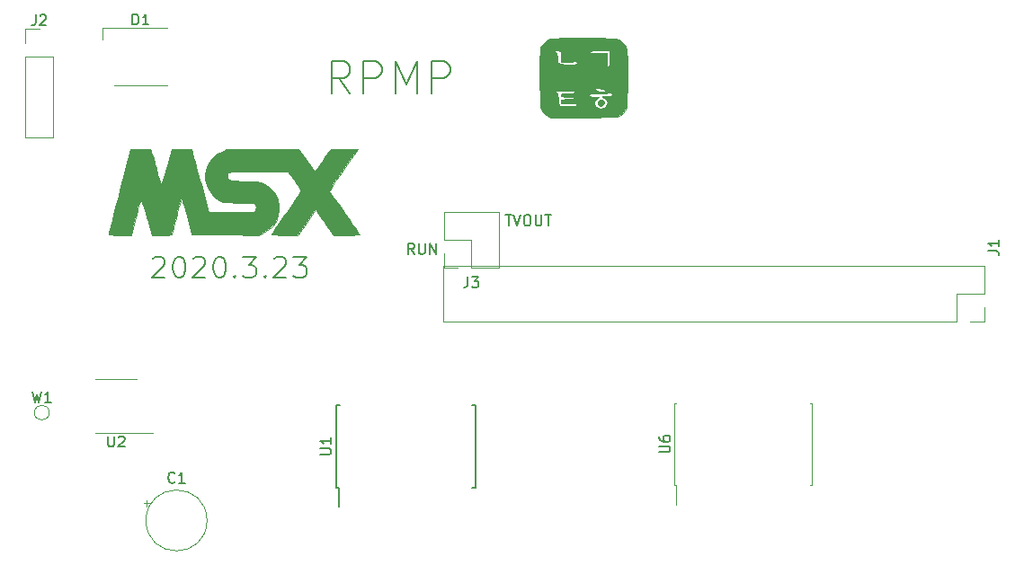
<source format=gbr>
G04 #@! TF.GenerationSoftware,KiCad,Pcbnew,5.1.5+dfsg1-2*
G04 #@! TF.CreationDate,2020-04-06T16:56:46-07:00*
G04 #@! TF.ProjectId,rpmpv1,72706d70-7631-42e6-9b69-6361645f7063,rev?*
G04 #@! TF.SameCoordinates,Original*
G04 #@! TF.FileFunction,Legend,Top*
G04 #@! TF.FilePolarity,Positive*
%FSLAX46Y46*%
G04 Gerber Fmt 4.6, Leading zero omitted, Abs format (unit mm)*
G04 Created by KiCad (PCBNEW 5.1.5+dfsg1-2) date 2020-04-06 16:56:46*
%MOMM*%
%LPD*%
G04 APERTURE LIST*
%ADD10C,0.150000*%
%ADD11C,0.010000*%
%ADD12C,0.120000*%
G04 APERTURE END LIST*
D10*
X119031904Y-73125238D02*
X119127142Y-73030000D01*
X119317619Y-72934761D01*
X119793809Y-72934761D01*
X119984285Y-73030000D01*
X120079523Y-73125238D01*
X120174761Y-73315714D01*
X120174761Y-73506190D01*
X120079523Y-73791904D01*
X118936666Y-74934761D01*
X120174761Y-74934761D01*
X121412857Y-72934761D02*
X121603333Y-72934761D01*
X121793809Y-73030000D01*
X121889047Y-73125238D01*
X121984285Y-73315714D01*
X122079523Y-73696666D01*
X122079523Y-74172857D01*
X121984285Y-74553809D01*
X121889047Y-74744285D01*
X121793809Y-74839523D01*
X121603333Y-74934761D01*
X121412857Y-74934761D01*
X121222380Y-74839523D01*
X121127142Y-74744285D01*
X121031904Y-74553809D01*
X120936666Y-74172857D01*
X120936666Y-73696666D01*
X121031904Y-73315714D01*
X121127142Y-73125238D01*
X121222380Y-73030000D01*
X121412857Y-72934761D01*
X122841428Y-73125238D02*
X122936666Y-73030000D01*
X123127142Y-72934761D01*
X123603333Y-72934761D01*
X123793809Y-73030000D01*
X123889047Y-73125238D01*
X123984285Y-73315714D01*
X123984285Y-73506190D01*
X123889047Y-73791904D01*
X122746190Y-74934761D01*
X123984285Y-74934761D01*
X125222380Y-72934761D02*
X125412857Y-72934761D01*
X125603333Y-73030000D01*
X125698571Y-73125238D01*
X125793809Y-73315714D01*
X125889047Y-73696666D01*
X125889047Y-74172857D01*
X125793809Y-74553809D01*
X125698571Y-74744285D01*
X125603333Y-74839523D01*
X125412857Y-74934761D01*
X125222380Y-74934761D01*
X125031904Y-74839523D01*
X124936666Y-74744285D01*
X124841428Y-74553809D01*
X124746190Y-74172857D01*
X124746190Y-73696666D01*
X124841428Y-73315714D01*
X124936666Y-73125238D01*
X125031904Y-73030000D01*
X125222380Y-72934761D01*
X126746190Y-74744285D02*
X126841428Y-74839523D01*
X126746190Y-74934761D01*
X126650952Y-74839523D01*
X126746190Y-74744285D01*
X126746190Y-74934761D01*
X127508095Y-72934761D02*
X128746190Y-72934761D01*
X128079523Y-73696666D01*
X128365238Y-73696666D01*
X128555714Y-73791904D01*
X128650952Y-73887142D01*
X128746190Y-74077619D01*
X128746190Y-74553809D01*
X128650952Y-74744285D01*
X128555714Y-74839523D01*
X128365238Y-74934761D01*
X127793809Y-74934761D01*
X127603333Y-74839523D01*
X127508095Y-74744285D01*
X129603333Y-74744285D02*
X129698571Y-74839523D01*
X129603333Y-74934761D01*
X129508095Y-74839523D01*
X129603333Y-74744285D01*
X129603333Y-74934761D01*
X130460476Y-73125238D02*
X130555714Y-73030000D01*
X130746190Y-72934761D01*
X131222380Y-72934761D01*
X131412857Y-73030000D01*
X131508095Y-73125238D01*
X131603333Y-73315714D01*
X131603333Y-73506190D01*
X131508095Y-73791904D01*
X130365238Y-74934761D01*
X131603333Y-74934761D01*
X132270000Y-72934761D02*
X133508095Y-72934761D01*
X132841428Y-73696666D01*
X133127142Y-73696666D01*
X133317619Y-73791904D01*
X133412857Y-73887142D01*
X133508095Y-74077619D01*
X133508095Y-74553809D01*
X133412857Y-74744285D01*
X133317619Y-74839523D01*
X133127142Y-74934761D01*
X132555714Y-74934761D01*
X132365238Y-74839523D01*
X132270000Y-74744285D01*
X137604285Y-57507142D02*
X136604285Y-56078571D01*
X135890000Y-57507142D02*
X135890000Y-54507142D01*
X137032857Y-54507142D01*
X137318571Y-54650000D01*
X137461428Y-54792857D01*
X137604285Y-55078571D01*
X137604285Y-55507142D01*
X137461428Y-55792857D01*
X137318571Y-55935714D01*
X137032857Y-56078571D01*
X135890000Y-56078571D01*
X138890000Y-57507142D02*
X138890000Y-54507142D01*
X140032857Y-54507142D01*
X140318571Y-54650000D01*
X140461428Y-54792857D01*
X140604285Y-55078571D01*
X140604285Y-55507142D01*
X140461428Y-55792857D01*
X140318571Y-55935714D01*
X140032857Y-56078571D01*
X138890000Y-56078571D01*
X141890000Y-57507142D02*
X141890000Y-54507142D01*
X142890000Y-56650000D01*
X143890000Y-54507142D01*
X143890000Y-57507142D01*
X145318571Y-57507142D02*
X145318571Y-54507142D01*
X146461428Y-54507142D01*
X146747142Y-54650000D01*
X146890000Y-54792857D01*
X147032857Y-55078571D01*
X147032857Y-55507142D01*
X146890000Y-55792857D01*
X146747142Y-55935714D01*
X146461428Y-56078571D01*
X145318571Y-56078571D01*
X152257142Y-68992380D02*
X152828571Y-68992380D01*
X152542857Y-69992380D02*
X152542857Y-68992380D01*
X153019047Y-68992380D02*
X153352380Y-69992380D01*
X153685714Y-68992380D01*
X154209523Y-68992380D02*
X154400000Y-68992380D01*
X154495238Y-69040000D01*
X154590476Y-69135238D01*
X154638095Y-69325714D01*
X154638095Y-69659047D01*
X154590476Y-69849523D01*
X154495238Y-69944761D01*
X154400000Y-69992380D01*
X154209523Y-69992380D01*
X154114285Y-69944761D01*
X154019047Y-69849523D01*
X153971428Y-69659047D01*
X153971428Y-69325714D01*
X154019047Y-69135238D01*
X154114285Y-69040000D01*
X154209523Y-68992380D01*
X155066666Y-68992380D02*
X155066666Y-69801904D01*
X155114285Y-69897142D01*
X155161904Y-69944761D01*
X155257142Y-69992380D01*
X155447619Y-69992380D01*
X155542857Y-69944761D01*
X155590476Y-69897142D01*
X155638095Y-69801904D01*
X155638095Y-68992380D01*
X155971428Y-68992380D02*
X156542857Y-68992380D01*
X156257142Y-69992380D02*
X156257142Y-68992380D01*
X143661904Y-72682380D02*
X143328571Y-72206190D01*
X143090476Y-72682380D02*
X143090476Y-71682380D01*
X143471428Y-71682380D01*
X143566666Y-71730000D01*
X143614285Y-71777619D01*
X143661904Y-71872857D01*
X143661904Y-72015714D01*
X143614285Y-72110952D01*
X143566666Y-72158571D01*
X143471428Y-72206190D01*
X143090476Y-72206190D01*
X144090476Y-71682380D02*
X144090476Y-72491904D01*
X144138095Y-72587142D01*
X144185714Y-72634761D01*
X144280952Y-72682380D01*
X144471428Y-72682380D01*
X144566666Y-72634761D01*
X144614285Y-72587142D01*
X144661904Y-72491904D01*
X144661904Y-71682380D01*
X145138095Y-72682380D02*
X145138095Y-71682380D01*
X145709523Y-72682380D01*
X145709523Y-71682380D01*
D11*
G36*
X122730826Y-63070676D02*
G01*
X122774920Y-63229070D01*
X122858649Y-63528213D01*
X122975769Y-63945856D01*
X123120033Y-64459750D01*
X123285198Y-65047645D01*
X123465018Y-65687290D01*
X123569284Y-66058000D01*
X124319536Y-68725000D01*
X126366510Y-68747678D01*
X127101141Y-68751851D01*
X127698303Y-68746793D01*
X128149934Y-68732745D01*
X128447973Y-68709949D01*
X128580075Y-68681199D01*
X128699021Y-68534199D01*
X128748502Y-68306061D01*
X128721865Y-68072899D01*
X128645067Y-67937600D01*
X128526559Y-67892988D01*
X128267726Y-67861562D01*
X127859326Y-67842656D01*
X127292116Y-67835606D01*
X127226900Y-67835527D01*
X126744553Y-67829759D01*
X126297780Y-67814195D01*
X125925253Y-67790922D01*
X125665642Y-67762025D01*
X125594972Y-67747471D01*
X125117207Y-67529303D01*
X124689707Y-67162320D01*
X124331997Y-66664227D01*
X124266866Y-66543243D01*
X124107536Y-66205882D01*
X124019456Y-65929070D01*
X123982452Y-65630824D01*
X123976126Y-65361664D01*
X124043521Y-64702756D01*
X124252324Y-64133785D01*
X124605796Y-63649802D01*
X125107198Y-63245863D01*
X125519173Y-63021443D01*
X125995000Y-62798333D01*
X129381667Y-62776027D01*
X132768334Y-62753722D01*
X133530334Y-63816296D01*
X134292334Y-64878869D01*
X134477513Y-64648216D01*
X134599790Y-64486747D01*
X134790781Y-64223982D01*
X135023064Y-63898019D01*
X135239513Y-63589633D01*
X135816334Y-62761703D01*
X137065167Y-62758851D01*
X137503192Y-62760788D01*
X137874077Y-62768027D01*
X138148310Y-62779549D01*
X138296380Y-62794334D01*
X138314000Y-62801993D01*
X138266861Y-62880304D01*
X138133816Y-63078284D01*
X137927425Y-63377841D01*
X137660247Y-63760882D01*
X137344843Y-64209315D01*
X136993771Y-64705046D01*
X136958042Y-64755320D01*
X136579838Y-65293731D01*
X136253284Y-65771385D01*
X135988378Y-66172812D01*
X135795121Y-66482540D01*
X135683511Y-66685097D01*
X135660823Y-66762494D01*
X135723303Y-66855317D01*
X135870535Y-67067804D01*
X136089504Y-67381361D01*
X136367193Y-67777398D01*
X136690584Y-68237321D01*
X137046660Y-68742539D01*
X137101448Y-68820176D01*
X137458100Y-69327277D01*
X137780605Y-69789285D01*
X138056602Y-70188213D01*
X138273731Y-70506075D01*
X138419631Y-70724884D01*
X138481943Y-70826655D01*
X138483334Y-70831009D01*
X138403647Y-70849798D01*
X138184491Y-70865655D01*
X137855722Y-70877286D01*
X137447197Y-70883393D01*
X137263099Y-70884000D01*
X136042864Y-70883999D01*
X135638537Y-70312500D01*
X135384915Y-69956931D01*
X135089341Y-69546843D01*
X134810638Y-69163802D01*
X134778343Y-69119742D01*
X134322475Y-68498485D01*
X133508693Y-69691242D01*
X132694910Y-70884000D01*
X131440455Y-70884000D01*
X131001377Y-70881115D01*
X130629373Y-70873171D01*
X130353892Y-70861232D01*
X130204380Y-70846364D01*
X130186000Y-70838626D01*
X130232608Y-70760149D01*
X130364204Y-70561184D01*
X130568442Y-70259812D01*
X130832978Y-69874109D01*
X131145470Y-69422156D01*
X131493572Y-68922031D01*
X131541756Y-68853047D01*
X131896658Y-68343269D01*
X132220170Y-67874986D01*
X132499366Y-67467195D01*
X132721321Y-67138893D01*
X132873110Y-66909077D01*
X132941808Y-66796745D01*
X132943703Y-66792468D01*
X132915697Y-66679560D01*
X132804814Y-66458493D01*
X132627297Y-66158400D01*
X132399392Y-65808410D01*
X132374860Y-65772381D01*
X131759826Y-64872666D01*
X129031627Y-64872666D01*
X128241373Y-64873271D01*
X127604018Y-64876764D01*
X127103126Y-64885662D01*
X126722264Y-64902482D01*
X126444997Y-64929742D01*
X126254890Y-64969957D01*
X126135508Y-65025645D01*
X126070418Y-65099324D01*
X126043185Y-65193510D01*
X126037373Y-65310721D01*
X126037333Y-65331258D01*
X126055667Y-65498616D01*
X126125112Y-65621834D01*
X126267333Y-65707398D01*
X126503993Y-65761794D01*
X126856759Y-65791508D01*
X127347293Y-65803025D01*
X127616418Y-65803999D01*
X128245503Y-65812383D01*
X128737731Y-65842794D01*
X129124988Y-65903121D01*
X129439161Y-66001255D01*
X129712134Y-66145084D01*
X129975793Y-66342498D01*
X130049550Y-66406036D01*
X130482758Y-66891396D01*
X130764164Y-67451548D01*
X130894137Y-68087330D01*
X130903915Y-68344000D01*
X130825152Y-69012126D01*
X130598710Y-69608073D01*
X130233575Y-70117189D01*
X129738731Y-70524825D01*
X129476924Y-70670860D01*
X129036996Y-70886097D01*
X125868980Y-70863882D01*
X122700963Y-70841666D01*
X122234775Y-69088429D01*
X122096458Y-68574692D01*
X121971620Y-68123229D01*
X121866939Y-67757199D01*
X121789094Y-67499764D01*
X121744762Y-67374083D01*
X121738040Y-67365737D01*
X121710839Y-67449428D01*
X121648011Y-67667538D01*
X121557491Y-67990853D01*
X121447213Y-68390161D01*
X121325112Y-68836246D01*
X121199123Y-69299895D01*
X121077182Y-69751893D01*
X120967222Y-70163026D01*
X120877179Y-70504080D01*
X120814987Y-70745841D01*
X120788582Y-70859094D01*
X120788192Y-70862833D01*
X120709154Y-70871356D01*
X120495044Y-70878238D01*
X120180123Y-70882698D01*
X119860667Y-70884000D01*
X118933334Y-70884000D01*
X118775372Y-70354833D01*
X118693965Y-70075248D01*
X118581603Y-69680015D01*
X118451744Y-69216895D01*
X118317843Y-68733646D01*
X118286377Y-68619166D01*
X118167442Y-68196042D01*
X118061360Y-67837917D01*
X117976999Y-67573280D01*
X117923229Y-67430621D01*
X117911172Y-67413803D01*
X117879116Y-67492545D01*
X117814580Y-67712024D01*
X117723989Y-68048174D01*
X117613768Y-68476928D01*
X117490343Y-68974219D01*
X117447760Y-69149470D01*
X117028520Y-70884000D01*
X115935868Y-70884000D01*
X115468543Y-70880142D01*
X115150633Y-70867247D01*
X114962365Y-70843331D01*
X114883969Y-70806410D01*
X114881082Y-70778166D01*
X114908862Y-70677096D01*
X114973872Y-70428234D01*
X115071922Y-70047979D01*
X115198818Y-69552729D01*
X115350368Y-68958880D01*
X115522382Y-68282832D01*
X115710666Y-67540981D01*
X115911029Y-66749726D01*
X115920023Y-66714166D01*
X116921099Y-62756000D01*
X117875177Y-62756000D01*
X118294503Y-62758913D01*
X118574170Y-62770588D01*
X118743797Y-62795428D01*
X118833001Y-62837835D01*
X118871401Y-62902211D01*
X118871974Y-62904166D01*
X118907179Y-63029099D01*
X118979958Y-63289404D01*
X119082562Y-63657297D01*
X119207244Y-64104993D01*
X119346256Y-64604710D01*
X119359883Y-64653724D01*
X119497616Y-65135842D01*
X119622482Y-65547833D01*
X119727098Y-65867358D01*
X119804087Y-66072078D01*
X119846066Y-66139653D01*
X119849386Y-66135390D01*
X119885970Y-66020047D01*
X119961841Y-65769068D01*
X120068976Y-65409407D01*
X120199351Y-64968018D01*
X120344943Y-64471854D01*
X120363907Y-64407000D01*
X120834114Y-62798333D01*
X121738367Y-62774343D01*
X122642619Y-62750352D01*
X122730826Y-63070676D01*
G37*
X122730826Y-63070676D02*
X122774920Y-63229070D01*
X122858649Y-63528213D01*
X122975769Y-63945856D01*
X123120033Y-64459750D01*
X123285198Y-65047645D01*
X123465018Y-65687290D01*
X123569284Y-66058000D01*
X124319536Y-68725000D01*
X126366510Y-68747678D01*
X127101141Y-68751851D01*
X127698303Y-68746793D01*
X128149934Y-68732745D01*
X128447973Y-68709949D01*
X128580075Y-68681199D01*
X128699021Y-68534199D01*
X128748502Y-68306061D01*
X128721865Y-68072899D01*
X128645067Y-67937600D01*
X128526559Y-67892988D01*
X128267726Y-67861562D01*
X127859326Y-67842656D01*
X127292116Y-67835606D01*
X127226900Y-67835527D01*
X126744553Y-67829759D01*
X126297780Y-67814195D01*
X125925253Y-67790922D01*
X125665642Y-67762025D01*
X125594972Y-67747471D01*
X125117207Y-67529303D01*
X124689707Y-67162320D01*
X124331997Y-66664227D01*
X124266866Y-66543243D01*
X124107536Y-66205882D01*
X124019456Y-65929070D01*
X123982452Y-65630824D01*
X123976126Y-65361664D01*
X124043521Y-64702756D01*
X124252324Y-64133785D01*
X124605796Y-63649802D01*
X125107198Y-63245863D01*
X125519173Y-63021443D01*
X125995000Y-62798333D01*
X129381667Y-62776027D01*
X132768334Y-62753722D01*
X133530334Y-63816296D01*
X134292334Y-64878869D01*
X134477513Y-64648216D01*
X134599790Y-64486747D01*
X134790781Y-64223982D01*
X135023064Y-63898019D01*
X135239513Y-63589633D01*
X135816334Y-62761703D01*
X137065167Y-62758851D01*
X137503192Y-62760788D01*
X137874077Y-62768027D01*
X138148310Y-62779549D01*
X138296380Y-62794334D01*
X138314000Y-62801993D01*
X138266861Y-62880304D01*
X138133816Y-63078284D01*
X137927425Y-63377841D01*
X137660247Y-63760882D01*
X137344843Y-64209315D01*
X136993771Y-64705046D01*
X136958042Y-64755320D01*
X136579838Y-65293731D01*
X136253284Y-65771385D01*
X135988378Y-66172812D01*
X135795121Y-66482540D01*
X135683511Y-66685097D01*
X135660823Y-66762494D01*
X135723303Y-66855317D01*
X135870535Y-67067804D01*
X136089504Y-67381361D01*
X136367193Y-67777398D01*
X136690584Y-68237321D01*
X137046660Y-68742539D01*
X137101448Y-68820176D01*
X137458100Y-69327277D01*
X137780605Y-69789285D01*
X138056602Y-70188213D01*
X138273731Y-70506075D01*
X138419631Y-70724884D01*
X138481943Y-70826655D01*
X138483334Y-70831009D01*
X138403647Y-70849798D01*
X138184491Y-70865655D01*
X137855722Y-70877286D01*
X137447197Y-70883393D01*
X137263099Y-70884000D01*
X136042864Y-70883999D01*
X135638537Y-70312500D01*
X135384915Y-69956931D01*
X135089341Y-69546843D01*
X134810638Y-69163802D01*
X134778343Y-69119742D01*
X134322475Y-68498485D01*
X133508693Y-69691242D01*
X132694910Y-70884000D01*
X131440455Y-70884000D01*
X131001377Y-70881115D01*
X130629373Y-70873171D01*
X130353892Y-70861232D01*
X130204380Y-70846364D01*
X130186000Y-70838626D01*
X130232608Y-70760149D01*
X130364204Y-70561184D01*
X130568442Y-70259812D01*
X130832978Y-69874109D01*
X131145470Y-69422156D01*
X131493572Y-68922031D01*
X131541756Y-68853047D01*
X131896658Y-68343269D01*
X132220170Y-67874986D01*
X132499366Y-67467195D01*
X132721321Y-67138893D01*
X132873110Y-66909077D01*
X132941808Y-66796745D01*
X132943703Y-66792468D01*
X132915697Y-66679560D01*
X132804814Y-66458493D01*
X132627297Y-66158400D01*
X132399392Y-65808410D01*
X132374860Y-65772381D01*
X131759826Y-64872666D01*
X129031627Y-64872666D01*
X128241373Y-64873271D01*
X127604018Y-64876764D01*
X127103126Y-64885662D01*
X126722264Y-64902482D01*
X126444997Y-64929742D01*
X126254890Y-64969957D01*
X126135508Y-65025645D01*
X126070418Y-65099324D01*
X126043185Y-65193510D01*
X126037373Y-65310721D01*
X126037333Y-65331258D01*
X126055667Y-65498616D01*
X126125112Y-65621834D01*
X126267333Y-65707398D01*
X126503993Y-65761794D01*
X126856759Y-65791508D01*
X127347293Y-65803025D01*
X127616418Y-65803999D01*
X128245503Y-65812383D01*
X128737731Y-65842794D01*
X129124988Y-65903121D01*
X129439161Y-66001255D01*
X129712134Y-66145084D01*
X129975793Y-66342498D01*
X130049550Y-66406036D01*
X130482758Y-66891396D01*
X130764164Y-67451548D01*
X130894137Y-68087330D01*
X130903915Y-68344000D01*
X130825152Y-69012126D01*
X130598710Y-69608073D01*
X130233575Y-70117189D01*
X129738731Y-70524825D01*
X129476924Y-70670860D01*
X129036996Y-70886097D01*
X125868980Y-70863882D01*
X122700963Y-70841666D01*
X122234775Y-69088429D01*
X122096458Y-68574692D01*
X121971620Y-68123229D01*
X121866939Y-67757199D01*
X121789094Y-67499764D01*
X121744762Y-67374083D01*
X121738040Y-67365737D01*
X121710839Y-67449428D01*
X121648011Y-67667538D01*
X121557491Y-67990853D01*
X121447213Y-68390161D01*
X121325112Y-68836246D01*
X121199123Y-69299895D01*
X121077182Y-69751893D01*
X120967222Y-70163026D01*
X120877179Y-70504080D01*
X120814987Y-70745841D01*
X120788582Y-70859094D01*
X120788192Y-70862833D01*
X120709154Y-70871356D01*
X120495044Y-70878238D01*
X120180123Y-70882698D01*
X119860667Y-70884000D01*
X118933334Y-70884000D01*
X118775372Y-70354833D01*
X118693965Y-70075248D01*
X118581603Y-69680015D01*
X118451744Y-69216895D01*
X118317843Y-68733646D01*
X118286377Y-68619166D01*
X118167442Y-68196042D01*
X118061360Y-67837917D01*
X117976999Y-67573280D01*
X117923229Y-67430621D01*
X117911172Y-67413803D01*
X117879116Y-67492545D01*
X117814580Y-67712024D01*
X117723989Y-68048174D01*
X117613768Y-68476928D01*
X117490343Y-68974219D01*
X117447760Y-69149470D01*
X117028520Y-70884000D01*
X115935868Y-70884000D01*
X115468543Y-70880142D01*
X115150633Y-70867247D01*
X114962365Y-70843331D01*
X114883969Y-70806410D01*
X114881082Y-70778166D01*
X114908862Y-70677096D01*
X114973872Y-70428234D01*
X115071922Y-70047979D01*
X115198818Y-69552729D01*
X115350368Y-68958880D01*
X115522382Y-68282832D01*
X115710666Y-67540981D01*
X115911029Y-66749726D01*
X115920023Y-66714166D01*
X116921099Y-62756000D01*
X117875177Y-62756000D01*
X118294503Y-62758913D01*
X118574170Y-62770588D01*
X118743797Y-62795428D01*
X118833001Y-62837835D01*
X118871401Y-62902211D01*
X118871974Y-62904166D01*
X118907179Y-63029099D01*
X118979958Y-63289404D01*
X119082562Y-63657297D01*
X119207244Y-64104993D01*
X119346256Y-64604710D01*
X119359883Y-64653724D01*
X119497616Y-65135842D01*
X119622482Y-65547833D01*
X119727098Y-65867358D01*
X119804087Y-66072078D01*
X119846066Y-66139653D01*
X119849386Y-66135390D01*
X119885970Y-66020047D01*
X119961841Y-65769068D01*
X120068976Y-65409407D01*
X120199351Y-64968018D01*
X120344943Y-64471854D01*
X120363907Y-64407000D01*
X120834114Y-62798333D01*
X121738367Y-62774343D01*
X122642619Y-62750352D01*
X122730826Y-63070676D01*
G36*
X161321864Y-58139393D02*
G01*
X161445915Y-58236142D01*
X161540123Y-58344345D01*
X161562000Y-58400870D01*
X161528935Y-58484847D01*
X161463149Y-58591370D01*
X161322445Y-58703639D01*
X161151192Y-58727303D01*
X161003200Y-58656300D01*
X160934498Y-58512056D01*
X160949823Y-58342107D01*
X161031993Y-58191298D01*
X161163829Y-58104475D01*
X161217285Y-58097500D01*
X161321864Y-58139393D01*
G37*
X161321864Y-58139393D02*
X161445915Y-58236142D01*
X161540123Y-58344345D01*
X161562000Y-58400870D01*
X161528935Y-58484847D01*
X161463149Y-58591370D01*
X161322445Y-58703639D01*
X161151192Y-58727303D01*
X161003200Y-58656300D01*
X160934498Y-58512056D01*
X160949823Y-58342107D01*
X161031993Y-58191298D01*
X161163829Y-58104475D01*
X161217285Y-58097500D01*
X161321864Y-58139393D01*
G36*
X160323810Y-52321863D02*
G01*
X160938578Y-52322992D01*
X161449260Y-52326537D01*
X161867313Y-52333860D01*
X162204193Y-52346322D01*
X162471357Y-52365284D01*
X162680263Y-52392106D01*
X162842366Y-52428150D01*
X162969124Y-52474777D01*
X163071994Y-52533349D01*
X163162432Y-52605225D01*
X163251894Y-52691769D01*
X163323061Y-52764876D01*
X163416556Y-52863284D01*
X163494326Y-52957278D01*
X163557732Y-53058992D01*
X163608134Y-53180563D01*
X163646893Y-53334125D01*
X163675370Y-53531815D01*
X163694926Y-53785767D01*
X163706921Y-54108117D01*
X163712716Y-54511001D01*
X163713672Y-55006553D01*
X163711150Y-55606910D01*
X163707396Y-56192500D01*
X163689250Y-58891250D01*
X163509547Y-59156047D01*
X163338642Y-59361350D01*
X163129699Y-59552951D01*
X163065047Y-59600547D01*
X162800250Y-59780250D01*
X159683401Y-59797836D01*
X156566553Y-59815422D01*
X156223632Y-59636278D01*
X155943153Y-59452580D01*
X155735225Y-59218201D01*
X155689230Y-59147521D01*
X155497750Y-58837909D01*
X155486775Y-57350551D01*
X156933289Y-57350551D01*
X156960049Y-57402969D01*
X157053500Y-57462500D01*
X157118223Y-57512829D01*
X157156581Y-57597690D01*
X157175132Y-57746490D01*
X157180440Y-57988632D01*
X157180500Y-58031698D01*
X157184306Y-58299946D01*
X157208302Y-58489177D01*
X157271351Y-58613176D01*
X157392315Y-58685726D01*
X157590060Y-58720613D01*
X157883449Y-58731620D01*
X158139528Y-58732500D01*
X158471333Y-58729828D01*
X158696752Y-58720131D01*
X158836320Y-58700884D01*
X158910569Y-58669563D01*
X158936587Y-58634511D01*
X158949140Y-58528265D01*
X158934931Y-58497264D01*
X158859151Y-58482576D01*
X158683997Y-58472960D01*
X158437029Y-58469373D01*
X158196836Y-58471667D01*
X157498000Y-58485328D01*
X157498000Y-58102265D01*
X158084649Y-58084007D01*
X158365901Y-58071993D01*
X158543951Y-58053787D01*
X158642589Y-58024325D01*
X158685609Y-57978543D01*
X158692555Y-57954625D01*
X158690311Y-57902998D01*
X158644904Y-57870277D01*
X158534171Y-57852263D01*
X158335950Y-57844758D01*
X158105906Y-57843500D01*
X157825152Y-57842419D01*
X157647700Y-57835050D01*
X157549853Y-57815205D01*
X157507912Y-57776696D01*
X157498181Y-57713334D01*
X157498000Y-57684750D01*
X157498389Y-57677489D01*
X160122412Y-57677489D01*
X160219610Y-57785570D01*
X160338761Y-57852351D01*
X160501341Y-57876818D01*
X160721839Y-57868187D01*
X160919303Y-57855449D01*
X161007973Y-57861339D01*
X161005178Y-57889598D01*
X160964322Y-57920525D01*
X160736349Y-58121988D01*
X160617036Y-58337403D01*
X160610383Y-58550609D01*
X160720390Y-58745444D01*
X160752375Y-58776848D01*
X160979860Y-58934406D01*
X161210642Y-58979003D01*
X161478972Y-58916083D01*
X161521350Y-58899060D01*
X161726723Y-58757992D01*
X161832411Y-58567261D01*
X161838673Y-58355567D01*
X161745770Y-58151606D01*
X161553959Y-57984077D01*
X161512889Y-57961960D01*
X161393219Y-57886028D01*
X161386713Y-57831908D01*
X161497084Y-57797768D01*
X161728041Y-57781772D01*
X161880945Y-57780000D01*
X162142650Y-57762623D01*
X162282921Y-57710643D01*
X162301413Y-57624286D01*
X162242814Y-57544600D01*
X162184817Y-57502876D01*
X162098244Y-57481627D01*
X161957795Y-57480303D01*
X161738167Y-57498359D01*
X161474963Y-57527985D01*
X161156482Y-57558436D01*
X160847598Y-57575429D01*
X160593057Y-57577066D01*
X160485931Y-57569993D01*
X160257564Y-57561547D01*
X160134372Y-57599014D01*
X160122412Y-57677489D01*
X157498389Y-57677489D01*
X157501864Y-57612707D01*
X157528915Y-57566619D01*
X157602341Y-57540686D01*
X157745327Y-57529114D01*
X157981060Y-57526105D01*
X158133000Y-57526000D01*
X158422012Y-57524256D01*
X158607026Y-57515962D01*
X158711029Y-57496520D01*
X158757007Y-57461332D01*
X158767948Y-57405801D01*
X158768000Y-57399000D01*
X158761587Y-57349483D01*
X158729561Y-57314838D01*
X158652739Y-57292418D01*
X158511936Y-57279576D01*
X158287970Y-57273667D01*
X157961656Y-57272046D01*
X157847250Y-57272000D01*
X157449145Y-57275921D01*
X157169604Y-57289003D01*
X157000396Y-57313221D01*
X156933289Y-57350551D01*
X155486775Y-57350551D01*
X155485021Y-57112741D01*
X160735463Y-57112741D01*
X160786359Y-57217358D01*
X160877629Y-57300149D01*
X161051732Y-57370355D01*
X161271900Y-57396373D01*
X161474814Y-57374392D01*
X161555378Y-57340936D01*
X161628789Y-57252094D01*
X161594624Y-57166797D01*
X161471426Y-57103521D01*
X161294117Y-57080632D01*
X161086407Y-57071117D01*
X160910561Y-57048586D01*
X160879375Y-57041476D01*
X160766537Y-57043841D01*
X160735463Y-57112741D01*
X155485021Y-57112741D01*
X155478267Y-56197579D01*
X155474218Y-55429761D01*
X155474374Y-54785351D01*
X155478796Y-54260822D01*
X155487547Y-53852650D01*
X155500691Y-53557309D01*
X155503036Y-53532517D01*
X156867725Y-53532517D01*
X156917548Y-53607774D01*
X156982740Y-53648615D01*
X157051007Y-53711757D01*
X157093825Y-53831058D01*
X157119640Y-54035883D01*
X157127251Y-54151060D01*
X157144163Y-54392505D01*
X157175958Y-54564569D01*
X157241700Y-54679003D01*
X157360450Y-54747561D01*
X157551271Y-54781995D01*
X157833225Y-54794057D01*
X158172525Y-54795500D01*
X158515539Y-54794359D01*
X158751454Y-54789033D01*
X158900161Y-54776667D01*
X158981554Y-54754403D01*
X159015526Y-54719387D01*
X159022000Y-54673545D01*
X158967108Y-54569655D01*
X158827542Y-54509383D01*
X158640964Y-54502246D01*
X158489147Y-54538877D01*
X158332650Y-54574196D01*
X158104643Y-54598187D01*
X157906616Y-54605000D01*
X157498000Y-54605000D01*
X157498000Y-54156325D01*
X157488118Y-53847170D01*
X157450974Y-53643621D01*
X157375318Y-53525297D01*
X157373086Y-53524345D01*
X160101500Y-53524345D01*
X160121518Y-53562776D01*
X160213048Y-53648961D01*
X160223057Y-53657363D01*
X160301259Y-53713476D01*
X160390819Y-53747560D01*
X160519365Y-53762376D01*
X160714525Y-53760686D01*
X161003928Y-53745252D01*
X161064432Y-53741463D01*
X161752500Y-53697924D01*
X161752500Y-54341962D01*
X161755475Y-54639696D01*
X161766510Y-54831555D01*
X161788766Y-54938566D01*
X161825404Y-54981759D01*
X161849321Y-54986000D01*
X161940945Y-54932827D01*
X162008071Y-54823116D01*
X162035838Y-54687551D01*
X162057165Y-54464399D01*
X162068792Y-54193031D01*
X162070000Y-54074911D01*
X162070000Y-53489590D01*
X161101625Y-53504278D01*
X160764108Y-53509702D01*
X160473552Y-53514950D01*
X160252685Y-53519565D01*
X160124236Y-53523091D01*
X160101500Y-53524345D01*
X157373086Y-53524345D01*
X157249902Y-53471817D01*
X157114765Y-53462000D01*
X156935491Y-53481061D01*
X156867725Y-53532517D01*
X155503036Y-53532517D01*
X155518291Y-53371273D01*
X155529624Y-53315177D01*
X155654874Y-53054108D01*
X155861960Y-52789938D01*
X156113676Y-52563813D01*
X156323250Y-52437469D01*
X156389957Y-52410567D01*
X156469150Y-52388166D01*
X156572360Y-52369858D01*
X156711116Y-52355235D01*
X156896951Y-52343889D01*
X157141393Y-52335412D01*
X157455974Y-52329396D01*
X157852225Y-52325434D01*
X158341676Y-52323118D01*
X158935857Y-52322039D01*
X159593500Y-52321789D01*
X160323810Y-52321863D01*
G37*
X160323810Y-52321863D02*
X160938578Y-52322992D01*
X161449260Y-52326537D01*
X161867313Y-52333860D01*
X162204193Y-52346322D01*
X162471357Y-52365284D01*
X162680263Y-52392106D01*
X162842366Y-52428150D01*
X162969124Y-52474777D01*
X163071994Y-52533349D01*
X163162432Y-52605225D01*
X163251894Y-52691769D01*
X163323061Y-52764876D01*
X163416556Y-52863284D01*
X163494326Y-52957278D01*
X163557732Y-53058992D01*
X163608134Y-53180563D01*
X163646893Y-53334125D01*
X163675370Y-53531815D01*
X163694926Y-53785767D01*
X163706921Y-54108117D01*
X163712716Y-54511001D01*
X163713672Y-55006553D01*
X163711150Y-55606910D01*
X163707396Y-56192500D01*
X163689250Y-58891250D01*
X163509547Y-59156047D01*
X163338642Y-59361350D01*
X163129699Y-59552951D01*
X163065047Y-59600547D01*
X162800250Y-59780250D01*
X159683401Y-59797836D01*
X156566553Y-59815422D01*
X156223632Y-59636278D01*
X155943153Y-59452580D01*
X155735225Y-59218201D01*
X155689230Y-59147521D01*
X155497750Y-58837909D01*
X155486775Y-57350551D01*
X156933289Y-57350551D01*
X156960049Y-57402969D01*
X157053500Y-57462500D01*
X157118223Y-57512829D01*
X157156581Y-57597690D01*
X157175132Y-57746490D01*
X157180440Y-57988632D01*
X157180500Y-58031698D01*
X157184306Y-58299946D01*
X157208302Y-58489177D01*
X157271351Y-58613176D01*
X157392315Y-58685726D01*
X157590060Y-58720613D01*
X157883449Y-58731620D01*
X158139528Y-58732500D01*
X158471333Y-58729828D01*
X158696752Y-58720131D01*
X158836320Y-58700884D01*
X158910569Y-58669563D01*
X158936587Y-58634511D01*
X158949140Y-58528265D01*
X158934931Y-58497264D01*
X158859151Y-58482576D01*
X158683997Y-58472960D01*
X158437029Y-58469373D01*
X158196836Y-58471667D01*
X157498000Y-58485328D01*
X157498000Y-58102265D01*
X158084649Y-58084007D01*
X158365901Y-58071993D01*
X158543951Y-58053787D01*
X158642589Y-58024325D01*
X158685609Y-57978543D01*
X158692555Y-57954625D01*
X158690311Y-57902998D01*
X158644904Y-57870277D01*
X158534171Y-57852263D01*
X158335950Y-57844758D01*
X158105906Y-57843500D01*
X157825152Y-57842419D01*
X157647700Y-57835050D01*
X157549853Y-57815205D01*
X157507912Y-57776696D01*
X157498181Y-57713334D01*
X157498000Y-57684750D01*
X157498389Y-57677489D01*
X160122412Y-57677489D01*
X160219610Y-57785570D01*
X160338761Y-57852351D01*
X160501341Y-57876818D01*
X160721839Y-57868187D01*
X160919303Y-57855449D01*
X161007973Y-57861339D01*
X161005178Y-57889598D01*
X160964322Y-57920525D01*
X160736349Y-58121988D01*
X160617036Y-58337403D01*
X160610383Y-58550609D01*
X160720390Y-58745444D01*
X160752375Y-58776848D01*
X160979860Y-58934406D01*
X161210642Y-58979003D01*
X161478972Y-58916083D01*
X161521350Y-58899060D01*
X161726723Y-58757992D01*
X161832411Y-58567261D01*
X161838673Y-58355567D01*
X161745770Y-58151606D01*
X161553959Y-57984077D01*
X161512889Y-57961960D01*
X161393219Y-57886028D01*
X161386713Y-57831908D01*
X161497084Y-57797768D01*
X161728041Y-57781772D01*
X161880945Y-57780000D01*
X162142650Y-57762623D01*
X162282921Y-57710643D01*
X162301413Y-57624286D01*
X162242814Y-57544600D01*
X162184817Y-57502876D01*
X162098244Y-57481627D01*
X161957795Y-57480303D01*
X161738167Y-57498359D01*
X161474963Y-57527985D01*
X161156482Y-57558436D01*
X160847598Y-57575429D01*
X160593057Y-57577066D01*
X160485931Y-57569993D01*
X160257564Y-57561547D01*
X160134372Y-57599014D01*
X160122412Y-57677489D01*
X157498389Y-57677489D01*
X157501864Y-57612707D01*
X157528915Y-57566619D01*
X157602341Y-57540686D01*
X157745327Y-57529114D01*
X157981060Y-57526105D01*
X158133000Y-57526000D01*
X158422012Y-57524256D01*
X158607026Y-57515962D01*
X158711029Y-57496520D01*
X158757007Y-57461332D01*
X158767948Y-57405801D01*
X158768000Y-57399000D01*
X158761587Y-57349483D01*
X158729561Y-57314838D01*
X158652739Y-57292418D01*
X158511936Y-57279576D01*
X158287970Y-57273667D01*
X157961656Y-57272046D01*
X157847250Y-57272000D01*
X157449145Y-57275921D01*
X157169604Y-57289003D01*
X157000396Y-57313221D01*
X156933289Y-57350551D01*
X155486775Y-57350551D01*
X155485021Y-57112741D01*
X160735463Y-57112741D01*
X160786359Y-57217358D01*
X160877629Y-57300149D01*
X161051732Y-57370355D01*
X161271900Y-57396373D01*
X161474814Y-57374392D01*
X161555378Y-57340936D01*
X161628789Y-57252094D01*
X161594624Y-57166797D01*
X161471426Y-57103521D01*
X161294117Y-57080632D01*
X161086407Y-57071117D01*
X160910561Y-57048586D01*
X160879375Y-57041476D01*
X160766537Y-57043841D01*
X160735463Y-57112741D01*
X155485021Y-57112741D01*
X155478267Y-56197579D01*
X155474218Y-55429761D01*
X155474374Y-54785351D01*
X155478796Y-54260822D01*
X155487547Y-53852650D01*
X155500691Y-53557309D01*
X155503036Y-53532517D01*
X156867725Y-53532517D01*
X156917548Y-53607774D01*
X156982740Y-53648615D01*
X157051007Y-53711757D01*
X157093825Y-53831058D01*
X157119640Y-54035883D01*
X157127251Y-54151060D01*
X157144163Y-54392505D01*
X157175958Y-54564569D01*
X157241700Y-54679003D01*
X157360450Y-54747561D01*
X157551271Y-54781995D01*
X157833225Y-54794057D01*
X158172525Y-54795500D01*
X158515539Y-54794359D01*
X158751454Y-54789033D01*
X158900161Y-54776667D01*
X158981554Y-54754403D01*
X159015526Y-54719387D01*
X159022000Y-54673545D01*
X158967108Y-54569655D01*
X158827542Y-54509383D01*
X158640964Y-54502246D01*
X158489147Y-54538877D01*
X158332650Y-54574196D01*
X158104643Y-54598187D01*
X157906616Y-54605000D01*
X157498000Y-54605000D01*
X157498000Y-54156325D01*
X157488118Y-53847170D01*
X157450974Y-53643621D01*
X157375318Y-53525297D01*
X157373086Y-53524345D01*
X160101500Y-53524345D01*
X160121518Y-53562776D01*
X160213048Y-53648961D01*
X160223057Y-53657363D01*
X160301259Y-53713476D01*
X160390819Y-53747560D01*
X160519365Y-53762376D01*
X160714525Y-53760686D01*
X161003928Y-53745252D01*
X161064432Y-53741463D01*
X161752500Y-53697924D01*
X161752500Y-54341962D01*
X161755475Y-54639696D01*
X161766510Y-54831555D01*
X161788766Y-54938566D01*
X161825404Y-54981759D01*
X161849321Y-54986000D01*
X161940945Y-54932827D01*
X162008071Y-54823116D01*
X162035838Y-54687551D01*
X162057165Y-54464399D01*
X162068792Y-54193031D01*
X162070000Y-54074911D01*
X162070000Y-53489590D01*
X161101625Y-53504278D01*
X160764108Y-53509702D01*
X160473552Y-53514950D01*
X160252685Y-53519565D01*
X160124236Y-53523091D01*
X160101500Y-53524345D01*
X157373086Y-53524345D01*
X157249902Y-53471817D01*
X157114765Y-53462000D01*
X156935491Y-53481061D01*
X156867725Y-53532517D01*
X155503036Y-53532517D01*
X155518291Y-53371273D01*
X155529624Y-53315177D01*
X155654874Y-53054108D01*
X155861960Y-52789938D01*
X156113676Y-52563813D01*
X156323250Y-52437469D01*
X156389957Y-52410567D01*
X156469150Y-52388166D01*
X156572360Y-52369858D01*
X156711116Y-52355235D01*
X156896951Y-52343889D01*
X157141393Y-52335412D01*
X157455974Y-52329396D01*
X157852225Y-52325434D01*
X158341676Y-52323118D01*
X158935857Y-52322039D01*
X159593500Y-52321789D01*
X160323810Y-52321863D01*
D12*
X197330000Y-77694500D02*
X197330000Y-79024500D01*
X197330000Y-79024500D02*
X196000000Y-79024500D01*
X197330000Y-76424500D02*
X194730000Y-76424500D01*
X194730000Y-76424500D02*
X194730000Y-79024500D01*
X194730000Y-79024500D02*
X146410000Y-79024500D01*
X146410000Y-73824500D02*
X146410000Y-79024500D01*
X197330000Y-73824500D02*
X146410000Y-73824500D01*
X197330000Y-73824500D02*
X197330000Y-76424500D01*
X114269000Y-51353000D02*
X120369000Y-51353000D01*
X114269000Y-52453000D02*
X114269000Y-51353000D01*
X120369000Y-56753000D02*
X115369000Y-56753000D01*
X107001000Y-61718500D02*
X109661000Y-61718500D01*
X107001000Y-54038500D02*
X107001000Y-61718500D01*
X109661000Y-54038500D02*
X109661000Y-61718500D01*
X107001000Y-54038500D02*
X109661000Y-54038500D01*
X107001000Y-52768500D02*
X107001000Y-51438500D01*
X107001000Y-51438500D02*
X108331000Y-51438500D01*
D10*
X136300000Y-94680000D02*
X136550000Y-94680000D01*
X136300000Y-86930000D02*
X136635000Y-86930000D01*
X149450000Y-86930000D02*
X149115000Y-86930000D01*
X149450000Y-94680000D02*
X149115000Y-94680000D01*
X136300000Y-94680000D02*
X136300000Y-86930000D01*
X149450000Y-94680000D02*
X149450000Y-86930000D01*
X136550000Y-94680000D02*
X136550000Y-96480000D01*
D12*
X115570000Y-84435000D02*
X113620000Y-84435000D01*
X115570000Y-84435000D02*
X117520000Y-84435000D01*
X115570000Y-89555000D02*
X113620000Y-89555000D01*
X115570000Y-89555000D02*
X119020000Y-89555000D01*
X181135000Y-90600000D02*
X181135000Y-86740000D01*
X181135000Y-86740000D02*
X180900000Y-86740000D01*
X181135000Y-90600000D02*
X181135000Y-94460000D01*
X181135000Y-94460000D02*
X180900000Y-94460000D01*
X168115000Y-90600000D02*
X168115000Y-86740000D01*
X168115000Y-86740000D02*
X168350000Y-86740000D01*
X168115000Y-90600000D02*
X168115000Y-94460000D01*
X168115000Y-94460000D02*
X168350000Y-94460000D01*
X168350000Y-94460000D02*
X168350000Y-96275000D01*
X151630000Y-73924500D02*
X149030000Y-73924500D01*
X151630000Y-73924500D02*
X151630000Y-68724500D01*
X151630000Y-68724500D02*
X146430000Y-68724500D01*
X146430000Y-71324500D02*
X146430000Y-68724500D01*
X149030000Y-71324500D02*
X146430000Y-71324500D01*
X149030000Y-73924500D02*
X149030000Y-71324500D01*
X146430000Y-73924500D02*
X146430000Y-72594500D01*
X147760000Y-73924500D02*
X146430000Y-73924500D01*
X124135000Y-97790000D02*
G75*
G03X124135000Y-97790000I-2870000J0D01*
G01*
X118192738Y-96175000D02*
X118742738Y-96175000D01*
X118467738Y-95900000D02*
X118467738Y-96450000D01*
X109285000Y-87630000D02*
G75*
G03X109285000Y-87630000I-700000J0D01*
G01*
D10*
X197722380Y-72377833D02*
X198436666Y-72377833D01*
X198579523Y-72425452D01*
X198674761Y-72520690D01*
X198722380Y-72663547D01*
X198722380Y-72758785D01*
X198722380Y-71377833D02*
X198722380Y-71949261D01*
X198722380Y-71663547D02*
X197722380Y-71663547D01*
X197865238Y-71758785D01*
X197960476Y-71854023D01*
X198008095Y-71949261D01*
X117117904Y-51061880D02*
X117117904Y-50061880D01*
X117356000Y-50061880D01*
X117498857Y-50109500D01*
X117594095Y-50204738D01*
X117641714Y-50299976D01*
X117689333Y-50490452D01*
X117689333Y-50633309D01*
X117641714Y-50823785D01*
X117594095Y-50919023D01*
X117498857Y-51014261D01*
X117356000Y-51061880D01*
X117117904Y-51061880D01*
X118641714Y-51061880D02*
X118070285Y-51061880D01*
X118356000Y-51061880D02*
X118356000Y-50061880D01*
X118260761Y-50204738D01*
X118165523Y-50299976D01*
X118070285Y-50347595D01*
X107997666Y-50125380D02*
X107997666Y-50839666D01*
X107950047Y-50982523D01*
X107854809Y-51077761D01*
X107711952Y-51125380D01*
X107616714Y-51125380D01*
X108426238Y-50220619D02*
X108473857Y-50173000D01*
X108569095Y-50125380D01*
X108807190Y-50125380D01*
X108902428Y-50173000D01*
X108950047Y-50220619D01*
X108997666Y-50315857D01*
X108997666Y-50411095D01*
X108950047Y-50553952D01*
X108378619Y-51125380D01*
X108997666Y-51125380D01*
X134827380Y-91566904D02*
X135636904Y-91566904D01*
X135732142Y-91519285D01*
X135779761Y-91471666D01*
X135827380Y-91376428D01*
X135827380Y-91185952D01*
X135779761Y-91090714D01*
X135732142Y-91043095D01*
X135636904Y-90995476D01*
X134827380Y-90995476D01*
X135827380Y-89995476D02*
X135827380Y-90566904D01*
X135827380Y-90281190D02*
X134827380Y-90281190D01*
X134970238Y-90376428D01*
X135065476Y-90471666D01*
X135113095Y-90566904D01*
X114808095Y-89847380D02*
X114808095Y-90656904D01*
X114855714Y-90752142D01*
X114903333Y-90799761D01*
X114998571Y-90847380D01*
X115189047Y-90847380D01*
X115284285Y-90799761D01*
X115331904Y-90752142D01*
X115379523Y-90656904D01*
X115379523Y-89847380D01*
X115808095Y-89942619D02*
X115855714Y-89895000D01*
X115950952Y-89847380D01*
X116189047Y-89847380D01*
X116284285Y-89895000D01*
X116331904Y-89942619D01*
X116379523Y-90037857D01*
X116379523Y-90133095D01*
X116331904Y-90275952D01*
X115760476Y-90847380D01*
X116379523Y-90847380D01*
X166727380Y-91361904D02*
X167536904Y-91361904D01*
X167632142Y-91314285D01*
X167679761Y-91266666D01*
X167727380Y-91171428D01*
X167727380Y-90980952D01*
X167679761Y-90885714D01*
X167632142Y-90838095D01*
X167536904Y-90790476D01*
X166727380Y-90790476D01*
X166727380Y-89885714D02*
X166727380Y-90076190D01*
X166775000Y-90171428D01*
X166822619Y-90219047D01*
X166965476Y-90314285D01*
X167155952Y-90361904D01*
X167536904Y-90361904D01*
X167632142Y-90314285D01*
X167679761Y-90266666D01*
X167727380Y-90171428D01*
X167727380Y-89980952D01*
X167679761Y-89885714D01*
X167632142Y-89838095D01*
X167536904Y-89790476D01*
X167298809Y-89790476D01*
X167203571Y-89838095D01*
X167155952Y-89885714D01*
X167108333Y-89980952D01*
X167108333Y-90171428D01*
X167155952Y-90266666D01*
X167203571Y-90314285D01*
X167298809Y-90361904D01*
X148696666Y-74816880D02*
X148696666Y-75531166D01*
X148649047Y-75674023D01*
X148553809Y-75769261D01*
X148410952Y-75816880D01*
X148315714Y-75816880D01*
X149077619Y-74816880D02*
X149696666Y-74816880D01*
X149363333Y-75197833D01*
X149506190Y-75197833D01*
X149601428Y-75245452D01*
X149649047Y-75293071D01*
X149696666Y-75388309D01*
X149696666Y-75626404D01*
X149649047Y-75721642D01*
X149601428Y-75769261D01*
X149506190Y-75816880D01*
X149220476Y-75816880D01*
X149125238Y-75769261D01*
X149077619Y-75721642D01*
X121098333Y-94147142D02*
X121050714Y-94194761D01*
X120907857Y-94242380D01*
X120812619Y-94242380D01*
X120669761Y-94194761D01*
X120574523Y-94099523D01*
X120526904Y-94004285D01*
X120479285Y-93813809D01*
X120479285Y-93670952D01*
X120526904Y-93480476D01*
X120574523Y-93385238D01*
X120669761Y-93290000D01*
X120812619Y-93242380D01*
X120907857Y-93242380D01*
X121050714Y-93290000D01*
X121098333Y-93337619D01*
X122050714Y-94242380D02*
X121479285Y-94242380D01*
X121765000Y-94242380D02*
X121765000Y-93242380D01*
X121669761Y-93385238D01*
X121574523Y-93480476D01*
X121479285Y-93528095D01*
X107680238Y-85634380D02*
X107918333Y-86634380D01*
X108108809Y-85920095D01*
X108299285Y-86634380D01*
X108537380Y-85634380D01*
X109442142Y-86634380D02*
X108870714Y-86634380D01*
X109156428Y-86634380D02*
X109156428Y-85634380D01*
X109061190Y-85777238D01*
X108965952Y-85872476D01*
X108870714Y-85920095D01*
M02*

</source>
